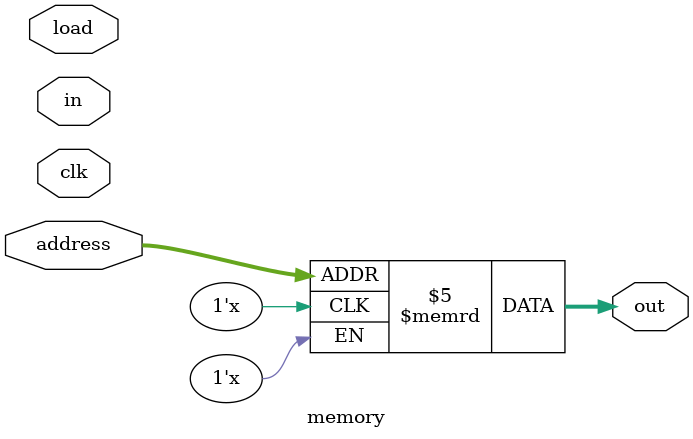
<source format=sv>
/**
 * The complete address space of the Hack computer's memory,
 * including RAM.
 * The chip facilitates read and write operations, as follows:
 *     Read:  out(t) = Memory[address(t)](t)
 *     Write: if load(t-1) then Memory[address(t-1)](t) = in(t-1)
 * In words: the chip always outputs the value stored at the memory 
 * location specified by address. If load==1, the in value is loaded 
 * into the memory location specified by address. This value becomes 
 * available through the out output from the next time step onward.
 * Address space rules:
 * Only the upper 16K+8K+1 words of the Memory chip are used. 
 * Access to address>0x6000 is invalid. 
 */

 module memory(input logic [15:0] in, input logic load, clk,
               input logic [14:0] address,
               output logic [15:0] out);

  logic [15:0] memory[0:32767];

  always_ff @(posedge clk) begin
    if (load) 
      ram[address] <= in;
    end 

  assign out = memory[address];

  endmodule
  

</source>
